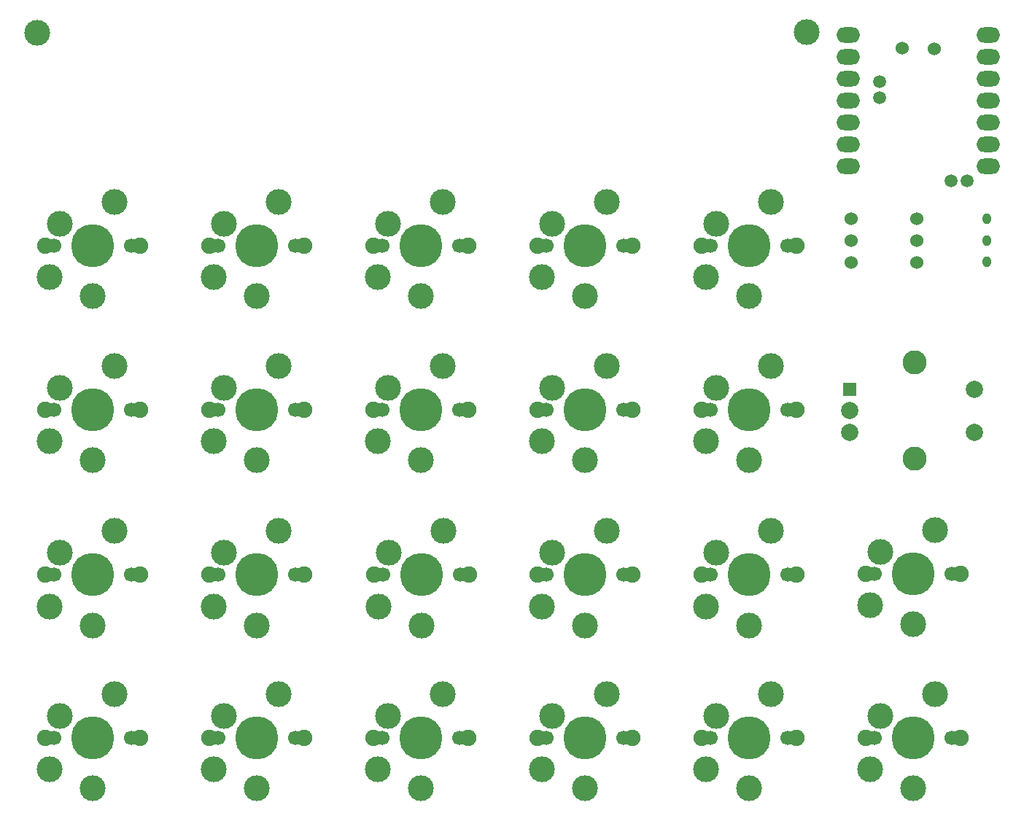
<source format=gbr>
%TF.GenerationSoftware,KiCad,Pcbnew,8.0.7*%
%TF.CreationDate,2025-03-26T10:06:04+09:00*%
%TF.ProjectId,cool642tb_L_v130,636f6f6c-3634-4327-9462-5f4c5f763133,rev?*%
%TF.SameCoordinates,Original*%
%TF.FileFunction,Soldermask,Top*%
%TF.FilePolarity,Negative*%
%FSLAX46Y46*%
G04 Gerber Fmt 4.6, Leading zero omitted, Abs format (unit mm)*
G04 Created by KiCad (PCBNEW 8.0.7) date 2025-03-26 10:06:04*
%MOMM*%
%LPD*%
G01*
G04 APERTURE LIST*
%ADD10O,2.750000X1.800000*%
%ADD11C,1.500000*%
%ADD12C,1.524000*%
%ADD13C,1.900000*%
%ADD14C,1.700000*%
%ADD15C,3.000000*%
%ADD16C,5.000000*%
%ADD17R,1.500000X1.500000*%
%ADD18C,2.000000*%
%ADD19C,2.800000*%
%ADD20O,1.000000X1.300000*%
G04 APERTURE END LIST*
D10*
%TO.C,U1*%
X87740000Y24450000D03*
X87740000Y21910000D03*
X87740000Y19370000D03*
X87740000Y16830000D03*
X87740000Y14290000D03*
X87740000Y11750000D03*
X87740000Y9210000D03*
X103980000Y9210000D03*
X103980000Y11750000D03*
X103980000Y14290000D03*
X103980000Y16830000D03*
X103980000Y19370000D03*
X103980000Y21910000D03*
X103980000Y24450000D03*
D11*
X99695400Y7518000D03*
X101575000Y7518000D03*
X91415000Y17147000D03*
X91415000Y19052000D03*
D12*
X93980000Y22900000D03*
X97700000Y22840000D03*
%TD*%
D13*
%TO.C,SW14*%
X51650000Y-19050000D03*
D14*
X52070000Y-19050000D03*
D15*
X52150000Y-22750000D03*
D14*
X52650000Y-19050000D03*
D15*
X53340000Y-16510000D03*
D16*
X57150000Y-19050000D03*
D15*
X57150000Y-24950000D03*
X59690000Y-13970000D03*
D14*
X61650000Y-19050000D03*
X62230000Y-19050000D03*
D13*
X62650000Y-19050000D03*
%TD*%
D15*
%TO.C,B1*%
X-6400000Y24710000D03*
X82870000Y24750000D03*
%TD*%
D13*
%TO.C,SW18*%
X70700000Y-19050000D03*
D14*
X71120000Y-19050000D03*
D15*
X71200000Y-22750000D03*
D14*
X71700000Y-19050000D03*
D15*
X72390000Y-16510000D03*
D16*
X76200000Y-19050000D03*
D15*
X76200000Y-24950000D03*
X78740000Y-13970000D03*
D14*
X80700000Y-19050000D03*
X81280000Y-19050000D03*
D13*
X81700000Y-19050000D03*
%TD*%
D12*
%TO.C,U3*%
X88090000Y3110000D03*
X88090000Y570000D03*
X88090000Y-1970000D03*
X95700000Y3130000D03*
X95700000Y570000D03*
X95700000Y-1970000D03*
%TD*%
D13*
%TO.C,SW12*%
X32600000Y-57150000D03*
D14*
X33020000Y-57150000D03*
D15*
X33100000Y-60850000D03*
D14*
X33600000Y-57150000D03*
D15*
X34290000Y-54610000D03*
D16*
X38100000Y-57150000D03*
D15*
X38100000Y-63050000D03*
X40640000Y-52070000D03*
D14*
X42600000Y-57150000D03*
X43180000Y-57150000D03*
D13*
X43600000Y-57150000D03*
%TD*%
%TO.C,SW23*%
X89750000Y-57150000D03*
D14*
X90170000Y-57150000D03*
D15*
X90250000Y-60850000D03*
D14*
X90750000Y-57150000D03*
D15*
X91440000Y-54610000D03*
D16*
X95250000Y-57150000D03*
D15*
X95250000Y-63050000D03*
X97790000Y-52070000D03*
D14*
X99750000Y-57150000D03*
X100330000Y-57150000D03*
D13*
X100750000Y-57150000D03*
%TD*%
%TO.C,SW19*%
X70700000Y-38200000D03*
D14*
X71120000Y-38200000D03*
D15*
X71200000Y-41900000D03*
D14*
X71700000Y-38200000D03*
D15*
X72390000Y-35660000D03*
D16*
X76200000Y-38200000D03*
D15*
X76200000Y-44100000D03*
X78740000Y-33120000D03*
D14*
X80700000Y-38200000D03*
X81280000Y-38200000D03*
D13*
X81700000Y-38200000D03*
%TD*%
%TO.C,SW1*%
X-5500000Y0D03*
D14*
X-5080000Y0D03*
D15*
X-5000000Y-3700000D03*
D14*
X-4500000Y0D03*
D15*
X-3810000Y2540000D03*
D16*
X0Y0D03*
D15*
X0Y-5900000D03*
X2540000Y5080000D03*
D14*
X4500000Y0D03*
X5080000Y0D03*
D13*
X5500000Y0D03*
%TD*%
%TO.C,SW13*%
X51650000Y0D03*
D14*
X52070000Y0D03*
D15*
X52150000Y-3700000D03*
D14*
X52650000Y0D03*
D15*
X53340000Y2540000D03*
D16*
X57150000Y0D03*
D15*
X57150000Y-5900000D03*
X59690000Y5080000D03*
D14*
X61650000Y0D03*
X62230000Y0D03*
D13*
X62650000Y0D03*
%TD*%
%TO.C,SW10*%
X32600000Y-19050000D03*
D14*
X33020000Y-19050000D03*
D15*
X33100000Y-22750000D03*
D14*
X33600000Y-19050000D03*
D15*
X34290000Y-16510000D03*
D16*
X38100000Y-19050000D03*
D15*
X38100000Y-24950000D03*
X40640000Y-13970000D03*
D14*
X42600000Y-19050000D03*
X43180000Y-19050000D03*
D13*
X43600000Y-19050000D03*
%TD*%
%TO.C,SW9*%
X32600000Y0D03*
D14*
X33020000Y0D03*
D15*
X33100000Y-3700000D03*
D14*
X33600000Y0D03*
D15*
X34290000Y2540000D03*
D16*
X38100000Y0D03*
D15*
X38100000Y-5900000D03*
X40640000Y5080000D03*
D14*
X42600000Y0D03*
X43180000Y0D03*
D13*
X43600000Y0D03*
%TD*%
%TO.C,SW15*%
X51650000Y-38200000D03*
D14*
X52070000Y-38200000D03*
D15*
X52150000Y-41900000D03*
D14*
X52650000Y-38200000D03*
D15*
X53340000Y-35660000D03*
D16*
X57150000Y-38200000D03*
D15*
X57150000Y-44100000D03*
X59690000Y-33120000D03*
D14*
X61650000Y-38200000D03*
X62230000Y-38200000D03*
D13*
X62650000Y-38200000D03*
%TD*%
%TO.C,SW11*%
X32700000Y-38200000D03*
D14*
X33120000Y-38200000D03*
D15*
X33200000Y-41900000D03*
D14*
X33700000Y-38200000D03*
D15*
X34390000Y-35660000D03*
D16*
X38200000Y-38200000D03*
D15*
X38200000Y-44100000D03*
X40740000Y-33120000D03*
D14*
X42700000Y-38200000D03*
X43280000Y-38200000D03*
D13*
X43700000Y-38200000D03*
%TD*%
%TO.C,SW5*%
X13550000Y0D03*
D14*
X13970000Y0D03*
D15*
X14050000Y-3700000D03*
D14*
X14550000Y0D03*
D15*
X15240000Y2540000D03*
D16*
X19050000Y0D03*
D15*
X19050000Y-5900000D03*
X21590000Y5080000D03*
D14*
X23550000Y0D03*
X24130000Y0D03*
D13*
X24550000Y0D03*
%TD*%
%TO.C,SW4*%
X-5500000Y-57150000D03*
D14*
X-5080000Y-57150000D03*
D15*
X-5000000Y-60850000D03*
D14*
X-4500000Y-57150000D03*
D15*
X-3810000Y-54610000D03*
D16*
X0Y-57150000D03*
D15*
X0Y-63050000D03*
X2540000Y-52070000D03*
D14*
X4500000Y-57150000D03*
X5080000Y-57150000D03*
D13*
X5500000Y-57150000D03*
%TD*%
%TO.C,SW17*%
X70700000Y0D03*
D14*
X71120000Y0D03*
D15*
X71200000Y-3700000D03*
D14*
X71700000Y0D03*
D15*
X72390000Y2540000D03*
D16*
X76200000Y0D03*
D15*
X76200000Y-5900000D03*
X78740000Y5080000D03*
D14*
X80700000Y0D03*
X81280000Y0D03*
D13*
X81700000Y0D03*
%TD*%
%TO.C,SW22*%
X89750000Y-38100000D03*
D14*
X90170000Y-38100000D03*
D15*
X90250000Y-41800000D03*
D14*
X90750000Y-38100000D03*
D15*
X91440000Y-35560000D03*
D16*
X95250000Y-38100000D03*
D15*
X95250000Y-44000000D03*
X97790000Y-33020000D03*
D14*
X99750000Y-38100000D03*
X100330000Y-38100000D03*
D13*
X100750000Y-38100000D03*
%TD*%
%TO.C,SW6*%
X13550000Y-19050000D03*
D14*
X13970000Y-19050000D03*
D15*
X14050000Y-22750000D03*
D14*
X14550000Y-19050000D03*
D15*
X15240000Y-16510000D03*
D16*
X19050000Y-19050000D03*
D15*
X19050000Y-24950000D03*
X21590000Y-13970000D03*
D14*
X23550000Y-19050000D03*
X24130000Y-19050000D03*
D13*
X24550000Y-19050000D03*
%TD*%
D17*
%TO.C,SW21*%
X87900000Y-16660000D03*
D18*
X87900000Y-21660000D03*
X87900000Y-19160000D03*
D19*
X95400000Y-13560000D03*
X95400000Y-24760000D03*
D18*
X102400000Y-16660000D03*
X102400000Y-21660000D03*
%TD*%
D13*
%TO.C,SW3*%
X-5500000Y-38200000D03*
D14*
X-5080000Y-38200000D03*
D15*
X-5000000Y-41900000D03*
D14*
X-4500000Y-38200000D03*
D15*
X-3810000Y-35660000D03*
D16*
X0Y-38200000D03*
D15*
X0Y-44100000D03*
X2540000Y-33120000D03*
D14*
X4500000Y-38200000D03*
X5080000Y-38200000D03*
D13*
X5500000Y-38200000D03*
%TD*%
%TO.C,SW2*%
X-5500000Y-19050000D03*
D14*
X-5080000Y-19050000D03*
D15*
X-5000000Y-22750000D03*
D14*
X-4500000Y-19050000D03*
D15*
X-3810000Y-16510000D03*
D16*
X0Y-19050000D03*
D15*
X0Y-24950000D03*
X2540000Y-13970000D03*
D14*
X4500000Y-19050000D03*
X5080000Y-19050000D03*
D13*
X5500000Y-19050000D03*
%TD*%
%TO.C,SW16*%
X51650000Y-57150000D03*
D14*
X52070000Y-57150000D03*
D15*
X52150000Y-60850000D03*
D14*
X52650000Y-57150000D03*
D15*
X53340000Y-54610000D03*
D16*
X57150000Y-57150000D03*
D15*
X57150000Y-63050000D03*
X59690000Y-52070000D03*
D14*
X61650000Y-57150000D03*
X62230000Y-57150000D03*
D13*
X62650000Y-57150000D03*
%TD*%
D20*
%TO.C,SW24*%
X103840000Y3104000D03*
X103840000Y604000D03*
X103840000Y-1896000D03*
%TD*%
D13*
%TO.C,SW8*%
X13550000Y-57150000D03*
D14*
X13970000Y-57150000D03*
D15*
X14050000Y-60850000D03*
D14*
X14550000Y-57150000D03*
D15*
X15240000Y-54610000D03*
D16*
X19050000Y-57150000D03*
D15*
X19050000Y-63050000D03*
X21590000Y-52070000D03*
D14*
X23550000Y-57150000D03*
X24130000Y-57150000D03*
D13*
X24550000Y-57150000D03*
%TD*%
%TO.C,SW7*%
X13550000Y-38200000D03*
D14*
X13970000Y-38200000D03*
D15*
X14050000Y-41900000D03*
D14*
X14550000Y-38200000D03*
D15*
X15240000Y-35660000D03*
D16*
X19050000Y-38200000D03*
D15*
X19050000Y-44100000D03*
X21590000Y-33120000D03*
D14*
X23550000Y-38200000D03*
X24130000Y-38200000D03*
D13*
X24550000Y-38200000D03*
%TD*%
%TO.C,SW20*%
X70700000Y-57150000D03*
D14*
X71120000Y-57150000D03*
D15*
X71200000Y-60850000D03*
D14*
X71700000Y-57150000D03*
D15*
X72390000Y-54610000D03*
D16*
X76200000Y-57150000D03*
D15*
X76200000Y-63050000D03*
X78740000Y-52070000D03*
D14*
X80700000Y-57150000D03*
X81280000Y-57150000D03*
D13*
X81700000Y-57150000D03*
%TD*%
M02*

</source>
